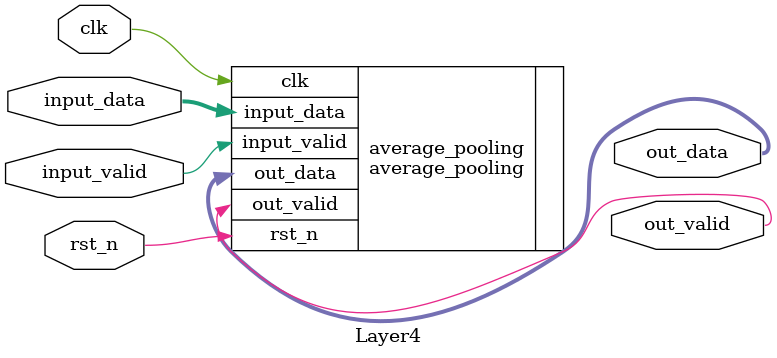
<source format=v>
`timescale 1ns / 1ps


module Layer4#(
    parameter LAYER_NO = 4              ,
    parameter INPUT_NUM = 16            ,
    parameter OUTPUT_NUM = 16           ,
    parameter DATA_WIDTH = 16           ,
    parameter INPUT_WIDTH = 8'd10       ,
    parameter WINDOW_WIDTH = 8'd2       ,
    parameter STRIDE = 3'd2                    
)(
        input clk,
        input rst_n,
        input signed   [DATA_WIDTH  * INPUT_NUM - 1 :0]     input_data          ,
        input                                               input_valid         ,
        output                                              out_valid           ,
        output signed  [DATA_WIDTH  * OUTPUT_NUM - 1 :0]    out_data            
    );
    

    average_pooling#(
    .INPUT_WIDTH      (INPUT_WIDTH) ,
    .WINDOW_SIZE      (WINDOW_WIDTH)             ,
    .DATA_SIZE        (DATA_WIDTH * INPUT_NUM)              ,
    .STRIDE           (STRIDE)                                              
    )average_pooling(
    .clk            (clk)                   ,
    .rst_n          (rst_n)                 ,    
    .input_data     (input_data)            ,
    .input_valid    (input_valid)           ,
    .out_valid      (out_valid)             ,
    .out_data       (out_data)
    );

endmodule
</source>
